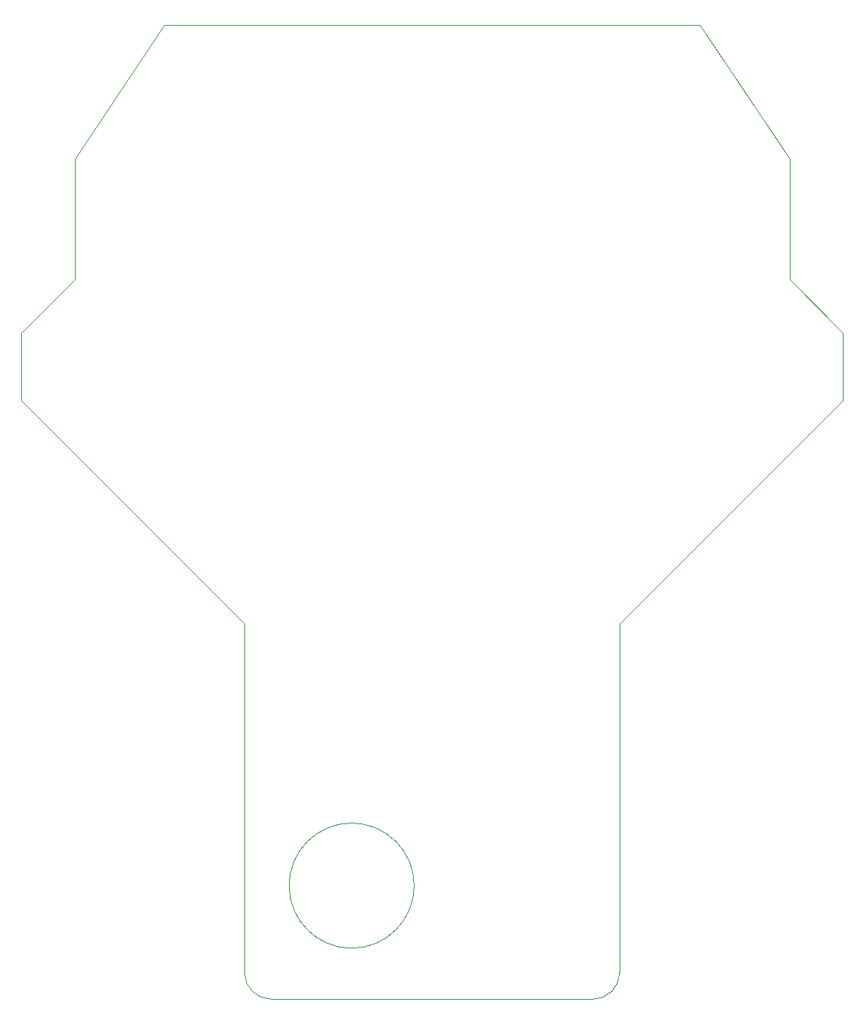
<source format=gbr>
G04 #@! TF.GenerationSoftware,KiCad,Pcbnew,(6.0.8)*
G04 #@! TF.CreationDate,2022-11-30T08:40:48+09:00*
G04 #@! TF.ProjectId,ORION_boost_v3,4f52494f-4e5f-4626-9f6f-73745f76332e,rev?*
G04 #@! TF.SameCoordinates,Original*
G04 #@! TF.FileFunction,Profile,NP*
%FSLAX46Y46*%
G04 Gerber Fmt 4.6, Leading zero omitted, Abs format (unit mm)*
G04 Created by KiCad (PCBNEW (6.0.8)) date 2022-11-30 08:40:48*
%MOMM*%
%LPD*%
G01*
G04 APERTURE LIST*
G04 #@! TA.AperFunction,Profile*
%ADD10C,0.100000*%
G04 #@! TD*
G04 APERTURE END LIST*
D10*
X104000000Y-117000000D02*
X79000000Y-92000000D01*
X171000000Y-84500000D02*
X165000000Y-78500000D01*
X165000000Y-65000000D02*
X165000000Y-78500000D01*
X104000000Y-156000000D02*
G75*
G03*
X107000000Y-159000000I3000000J0D01*
G01*
X95000000Y-50000000D02*
X155000000Y-50000000D01*
X79000000Y-92000000D02*
X79000000Y-84500000D01*
X171000000Y-92000000D02*
X146000000Y-117000000D01*
X171000000Y-92000000D02*
X171000000Y-84500000D01*
X123000000Y-146300000D02*
G75*
G03*
X123000000Y-146300000I-7000000J0D01*
G01*
X85000000Y-65000000D02*
X95000000Y-50000000D01*
X155000000Y-50000000D02*
X165000000Y-65000000D01*
X146000000Y-156000000D02*
X146000000Y-117000000D01*
X79000000Y-84500000D02*
X85000000Y-78500000D01*
X104000000Y-117000000D02*
X104000000Y-156000000D01*
X85000000Y-78500000D02*
X85000000Y-65000000D01*
X107000000Y-159000000D02*
X143000000Y-159000000D01*
X143000000Y-159000000D02*
G75*
G03*
X146000000Y-156000000I0J3000000D01*
G01*
M02*

</source>
